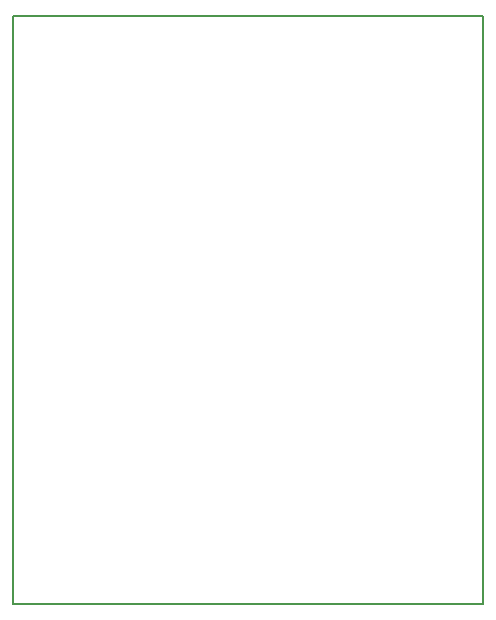
<source format=gbo>
G04 MADE WITH FRITZING*
G04 WWW.FRITZING.ORG*
G04 DOUBLE SIDED*
G04 HOLES PLATED*
G04 CONTOUR ON CENTER OF CONTOUR VECTOR*
%ASAXBY*%
%FSLAX23Y23*%
%MOIN*%
%OFA0B0*%
%SFA1.0B1.0*%
%ADD10R,1.574800X1.968500X1.558800X1.952500*%
%ADD11C,0.008000*%
%LNSILK0*%
G90*
G70*
G54D11*
X4Y1965D02*
X1571Y1965D01*
X1571Y4D01*
X4Y4D01*
X4Y1965D01*
D02*
G04 End of Silk0*
M02*
</source>
